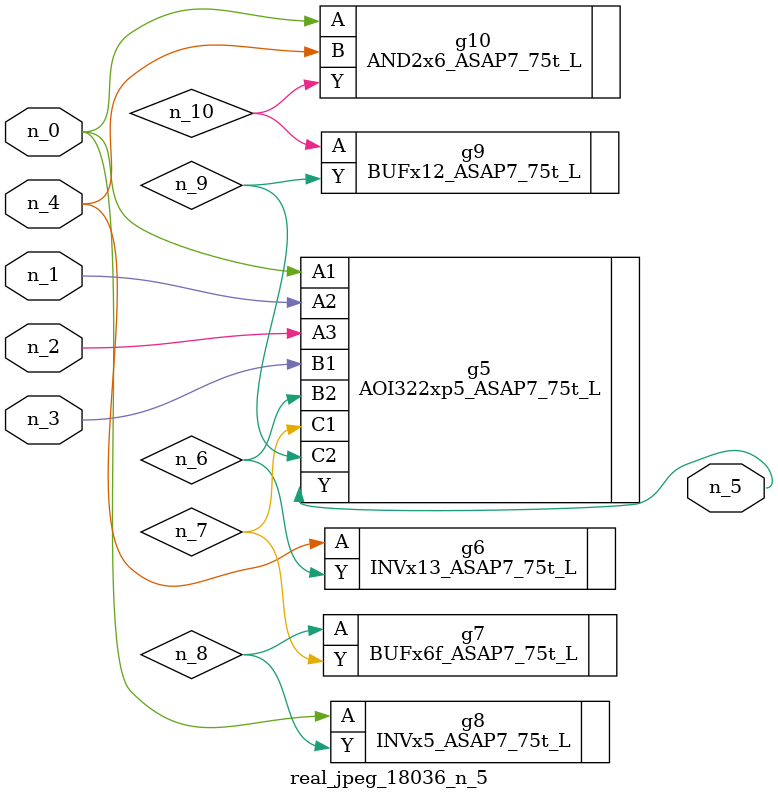
<source format=v>
module real_jpeg_18036_n_5 (n_4, n_0, n_1, n_2, n_3, n_5);

input n_4;
input n_0;
input n_1;
input n_2;
input n_3;

output n_5;

wire n_8;
wire n_6;
wire n_7;
wire n_10;
wire n_9;

AOI322xp5_ASAP7_75t_L g5 ( 
.A1(n_0),
.A2(n_1),
.A3(n_2),
.B1(n_3),
.B2(n_6),
.C1(n_7),
.C2(n_9),
.Y(n_5)
);

INVx5_ASAP7_75t_L g8 ( 
.A(n_0),
.Y(n_8)
);

AND2x6_ASAP7_75t_L g10 ( 
.A(n_0),
.B(n_4),
.Y(n_10)
);

INVx13_ASAP7_75t_L g6 ( 
.A(n_4),
.Y(n_6)
);

BUFx6f_ASAP7_75t_L g7 ( 
.A(n_8),
.Y(n_7)
);

BUFx12_ASAP7_75t_L g9 ( 
.A(n_10),
.Y(n_9)
);


endmodule
</source>
